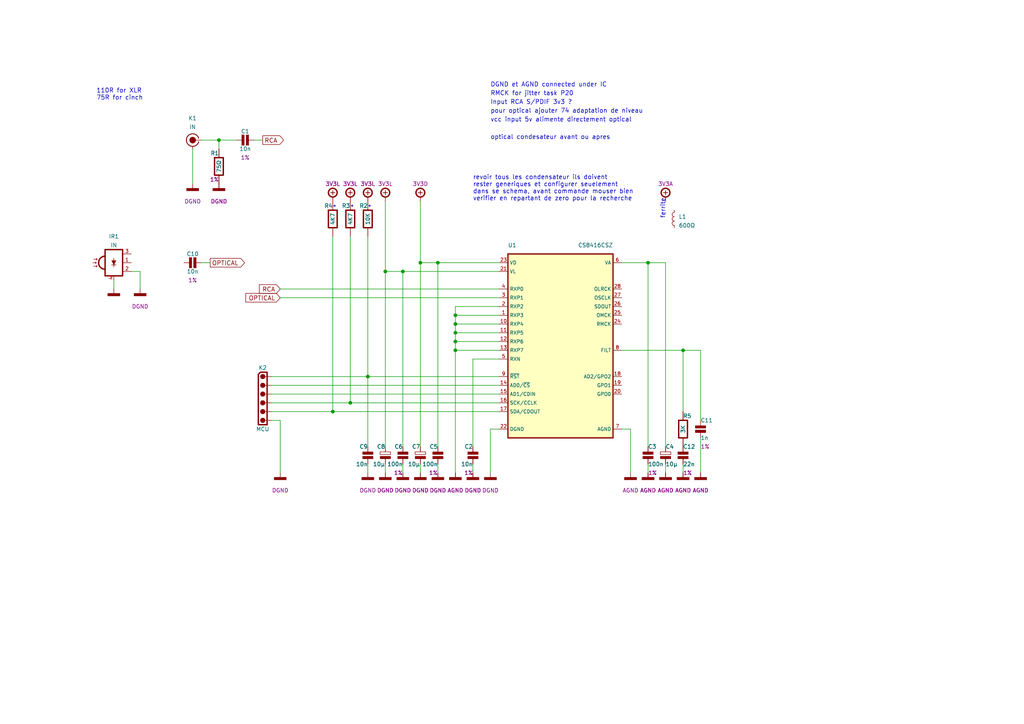
<source format=kicad_sch>
(kicad_sch (version 20230121) (generator eeschema)
  (paper "A4")
  (title_block (title "CS8416") (date "01/2023") (rev "A"))
  (lib_symbols
    (symbol "tronixio:CAPACITOR-1206-100N-1P-COG" (pin_numbers hide) (pin_names (offset 0) hide)
      (property "Reference" "C" (at 1.27 2.54 0))
      (property "Value" "CAPACITOR-1206-100N-1P-COG" (at 1.27 -2.54 0))
      (symbol "CAPACITOR-1206-100N-1P-COG_0_1"
        (rectangle (start -1.524 -0.254) (end 1.524 -1.016) (stroke (width 0.001)) (fill (type outline)))
        (rectangle (start -1.524 1.016) (end 1.524 0.254) (stroke (width 0.001)) (fill (type outline)))
      )
      (symbol "CAPACITOR-1206-100N-1P-COG_1_1"
        (pin passive line (at 0 2.54 270) (length 1.905) (name "~") (number "1"))
        (pin passive line (at 0 -2.54 90) (length 1.905) (name "~") (number "2"))
      )
    )
    (symbol "tronixio:CAPACITOR-1206-10N-1P-COG" (pin_numbers hide) (pin_names (offset 0) hide)
      (property "Reference" "C" (at 1.27 2.54 0))
      (property "Value" "CAPACITOR-1206-10N-1P-COG" (at 1.27 -2.54 0))
      (symbol "CAPACITOR-1206-10N-1P-COG_0_1"
        (rectangle (start -1.524 -0.254) (end 1.524 -1.016) (stroke (width 0.001)) (fill (type outline)))
        (rectangle (start -1.524 1.016) (end 1.524 0.254) (stroke (width 0.001)) (fill (type outline)))
      )
      (symbol "CAPACITOR-1206-10N-1P-COG_1_1"
        (pin passive line (at 0 2.54 270) (length 1.905) (name "~") (number "1"))
        (pin passive line (at 0 -2.54 90) (length 1.905) (name "~") (number "2"))
      )
    )
    (symbol "tronixio:CIRRUS-CS8416CSZ-SOFTWARE" (pin_names (offset 0.5))
      (property "Reference" "U" (at 17.78 3.81 0))
      (property "Value" "CIRRUS-CS8416CSZ-SOFTWARE" (at 17.78 -52.07 0))
      (symbol "CIRRUS-CS8416CSZ-SOFTWARE_0_1"
        (rectangle (start 2.54 2.54) (end 33.02 -50.8) (stroke (width 0.4)) (fill (type background)))
      )
      (symbol "CIRRUS-CS8416CSZ-SOFTWARE_1_1"
        (pin input line (at 0 -15.24 0) (length 2.54) (name "RXP3") (number "1"))
        (pin input line (at 0 -17.78 0) (length 2.54) (name "RXP4") (number "10"))
        (pin input line (at 0 -20.32 0) (length 2.54) (name "RXP5") (number "11"))
        (pin input line (at 0 -22.86 0) (length 2.54) (name "RXP6") (number "12"))
        (pin input line (at 0 -25.4 0) (length 2.54) (name "RXP7") (number "13"))
        (pin input line (at 0 -35.56 0) (length 2.54) (name "AD0/~{CS}") (number "14"))
        (pin input line (at 0 -38.1 0) (length 2.54) (name "AD1/CDIN") (number "15"))
        (pin input line (at 0 -40.64 0) (length 2.54) (name "SCK/CCLK") (number "16"))
        (pin bidirectional line (at 0 -43.18 0) (length 2.54) (name "SDA/CDOUT") (number "17"))
        (pin output line (at 35.56 -33.02 180) (length 2.54) (name "AD2/GPO2") (number "18"))
        (pin output line (at 35.56 -35.56 180) (length 2.54) (name "GPO1") (number "19"))
        (pin input line (at 0 -12.7 0) (length 2.54) (name "RXP2") (number "2"))
        (pin output line (at 35.56 -38.1 180) (length 2.54) (name "GPO0") (number "20"))
        (pin power_in line (at 0 -2.54 0) (length 2.54) (name "VL") (number "21"))
        (pin power_in line (at 0 -48.26 0) (length 2.54) (name "DGND") (number "22"))
        (pin power_in line (at 0 0 0) (length 2.54) (name "VD") (number "23"))
        (pin output line (at 35.56 -17.78 180) (length 2.54) (name "RMCK") (number "24"))
        (pin input line (at 35.56 -15.24 180) (length 2.54) (name "OMCK") (number "25"))
        (pin output line (at 35.56 -12.7 180) (length 2.54) (name "SDOUT") (number "26"))
        (pin bidirectional line (at 35.56 -10.16 180) (length 2.54) (name "OSCLK") (number "27"))
        (pin bidirectional line (at 35.56 -7.62 180) (length 2.54) (name "OLRCK") (number "28"))
        (pin input line (at 0 -10.16 0) (length 2.54) (name "RXP1") (number "3"))
        (pin input line (at 0 -7.62 0) (length 2.54) (name "RXP0") (number "4"))
        (pin input line (at 0 -27.94 0) (length 2.54) (name "RXN") (number "5"))
        (pin power_in line (at 35.56 0 180) (length 2.54) (name "VA") (number "6"))
        (pin power_in line (at 35.56 -48.26 180) (length 2.54) (name "AGND") (number "7"))
        (pin passive line (at 35.56 -25.4 180) (length 2.54) (name "FILT") (number "8"))
        (pin input line (at 0 -33.02 0) (length 2.54) (name "~{RST}") (number "9"))
      )
    )
    (symbol "tronixio:HARWIN-254-M-1X06-VERTICAL" (pin_numbers hide) (pin_names (offset 0) hide)
      (property "Reference" "K" (at 0 2.54 0))
      (property "Value" "HARWIN-254-M-1X06-VERTICAL" (at 0 -15.24 0))
      (symbol "HARWIN-254-M-1X06-VERTICAL_0_1"
        (circle (center 0 -12.7) (radius 0.635) (stroke (width 0.2)) (fill (type outline)))
        (circle (center 0 -10.16) (radius 0.635) (stroke (width 0.2)) (fill (type outline)))
        (circle (center 0 -7.62) (radius 0.635) (stroke (width 0.2)) (fill (type outline)))
        (circle (center 0 -5.08) (radius 0.635) (stroke (width 0.2)) (fill (type outline)))
        (circle (center 0 -2.54) (radius 0.635) (stroke (width 0.2)) (fill (type outline)))
        (polyline (pts (xy -1.27 -13.97) (xy 1.27 -13.97) (xy 1.27 0.635) (xy 0.635 1.27) (xy -1.27 1.27) (xy -1.27 -13.97)) (stroke (width 0.4)))
        (circle (center 0 0) (radius 0.635) (stroke (width 0.2)) (fill (type outline)))
      )
      (symbol "HARWIN-254-M-1X06-VERTICAL_1_1"
        (pin passive line (at -2.54 0 0) (length 1.905) (name "1") (number "1"))
        (pin passive line (at -2.54 -2.54 0) (length 1.905) (name "2") (number "2"))
        (pin passive line (at -2.54 -5.08 0) (length 1.905) (name "3") (number "3"))
        (pin passive line (at -2.54 -7.62 0) (length 1.905) (name "4") (number "4"))
        (pin passive line (at -2.54 -10.16 0) (length 1.905) (name "5") (number "5"))
        (pin passive line (at -2.54 -12.7 0) (length 1.905) (name "6") (number "6"))
      )
    )
    (symbol "tronixio:KEMET-X7R-1206-10N-50V-20P" (pin_numbers hide) (pin_names (offset 0) hide)
      (property "Reference" "C" (at 1.27 2.54 0))
      (property "Value" "KEMET-X7R-1206-10N-50V-20P" (at 1.27 -2.54 0))
      (symbol "KEMET-X7R-1206-10N-50V-20P_0_1"
        (rectangle (start -1.524 -0.254) (end 1.524 -1.016) (stroke (width 0.001)) (fill (type outline)))
        (rectangle (start -1.524 1.016) (end 1.524 0.254) (stroke (width 0.001)) (fill (type outline)))
      )
      (symbol "KEMET-X7R-1206-10N-50V-20P_1_1"
        (pin passive line (at 0 2.54 270) (length 1.905) (name "~") (number "1"))
        (pin passive line (at 0 -2.54 90) (length 1.905) (name "~") (number "2"))
      )
    )
    (symbol "tronixio:KOASPEER-RK73B-1206-10K-5P" (pin_numbers hide) (pin_names (offset 0) hide)
      (property "Reference" "R" (at 2.54 1.27 0))
      (property "Value" "KOASPEER-RK73B-1206-10K-5P" (at 2.54 -1.27 0))
      (symbol "KOASPEER-RK73B-1206-10K-5P_0_1"
        (rectangle (start -1.27 -2.54) (end 1.27 2.54) (stroke (width 0.4)))
      )
      (symbol "KOASPEER-RK73B-1206-10K-5P_1_1"
        (pin passive line (at 0 5.08 270) (length 2.54) (name "~") (number "1"))
        (pin passive line (at 0 -5.08 90) (length 2.54) (name "~") (number "2"))
      )
    )
    (symbol "tronixio:KOASPEER-RK73B-1206-3K-5P" (pin_numbers hide) (pin_names (offset 0) hide)
      (property "Reference" "R" (at 2.54 1.27 0))
      (property "Value" "KOASPEER-RK73B-1206-3K-5P" (at 2.54 -1.27 0))
      (symbol "KOASPEER-RK73B-1206-3K-5P_0_1"
        (rectangle (start -1.27 -2.54) (end 1.27 2.54) (stroke (width 0.4)))
      )
      (symbol "KOASPEER-RK73B-1206-3K-5P_1_1"
        (pin passive line (at 0 5.08 270) (length 2.54) (name "~") (number "1"))
        (pin passive line (at 0 -5.08 90) (length 2.54) (name "~") (number "2"))
      )
    )
    (symbol "tronixio:KOASPEER-RK73B-1206-4K7-5P" (pin_numbers hide) (pin_names (offset 0) hide)
      (property "Reference" "R" (at 2.54 1.27 0))
      (property "Value" "KOASPEER-RK73B-1206-4K7-5P" (at 2.54 -1.27 0))
      (symbol "KOASPEER-RK73B-1206-4K7-5P_0_1"
        (rectangle (start -1.27 -2.54) (end 1.27 2.54) (stroke (width 0.4)))
      )
      (symbol "KOASPEER-RK73B-1206-4K7-5P_1_1"
        (pin passive line (at 0 5.08 270) (length 2.54) (name "~") (number "1"))
        (pin passive line (at 0 -5.08 90) (length 2.54) (name "~") (number "2"))
      )
    )
    (symbol "tronixio:KOASPEER-RT-1206-75R-1P" (pin_numbers hide) (pin_names (offset 0) hide)
      (property "Reference" "R" (at 2.54 1.27 0))
      (property "Value" "KOASPEER-RT-1206-75R-1P" (at 2.54 -1.27 0))
      (symbol "KOASPEER-RT-1206-75R-1P_0_1"
        (rectangle (start -1.27 -2.54) (end 1.27 2.54) (stroke (width 0.4)))
      )
      (symbol "KOASPEER-RT-1206-75R-1P_1_1"
        (pin passive line (at 0 5.08 270) (length 2.54) (name "~") (number "1"))
        (pin passive line (at 0 -5.08 90) (length 2.54) (name "~") (number "2"))
      )
    )
    (symbol "tronixio:POWER-+3V3A" (power) (pin_numbers hide) (pin_names (offset 0) hide)
      (property "Name" "3V3A" (at 0 5.08 0))
      (symbol "POWER-+3V3A_0_1"
        (polyline (pts (xy -0.635 2.54) (xy 0.635 2.54)) (stroke (width 0.2)))
        (polyline (pts (xy 0 1.905) (xy 0 3.175)) (stroke (width 0.2)))
        (circle (center 0 2.54) (radius 1.27) (stroke (width 0.4)))
      )
      (symbol "POWER-+3V3A_1_1"
        (pin power_in line (at 0 0 90) (length 1.27) (name "+3V3A") (number "1"))
      )
    )
    (symbol "tronixio:POWER-+3V3D" (power) (pin_numbers hide) (pin_names (offset 0) hide)
      (property "Name" "3V3D" (at 0 5.08 0))
      (symbol "POWER-+3V3D_0_1"
        (polyline (pts (xy -0.635 2.54) (xy 0.635 2.54)) (stroke (width 0.2)))
        (polyline (pts (xy 0 1.905) (xy 0 3.175)) (stroke (width 0.2)))
        (circle (center 0 2.54) (radius 1.27) (stroke (width 0.4)))
      )
      (symbol "POWER-+3V3D_1_1"
        (pin power_in line (at 0 0 90) (length 1.27) (name "+3V3D") (number "1"))
      )
    )
    (symbol "tronixio:POWER-+3V3L" (power) (pin_numbers hide) (pin_names (offset 0) hide)
      (property "Name" "3V3L" (at 0 5.08 0))
      (symbol "POWER-+3V3L_0_1"
        (polyline (pts (xy -0.635 2.54) (xy 0.635 2.54)) (stroke (width 0.2)))
        (polyline (pts (xy 0 1.905) (xy 0 3.175)) (stroke (width 0.2)))
        (circle (center 0 2.54) (radius 1.27) (stroke (width 0.4)))
      )
      (symbol "POWER-+3V3L_1_1"
        (pin power_in line (at 0 0 90) (length 1.27) (name "+3V3L") (number "1"))
      )
    )
    (symbol "tronixio:POWER-AGND" (power) (pin_numbers hide) (pin_names (offset 0) hide)
      (property "Name" "AGND" (at 0 -3.175 0))
      (symbol "POWER-AGND_0_1"
        (rectangle (start -1.778 -2.032) (end 1.778 -1.27) (stroke (width 0.001)) (fill (type outline)))
      )
      (symbol "POWER-AGND_1_1"
        (pin power_in line (at 0 0 270) (length 1.27) (name "AGND") (number "1"))
      )
    )
    (symbol "tronixio:POWER-DGND" (power) (pin_numbers hide) (pin_names (offset 0) hide)
      (property "Name" "DGND" (at 0 -3.175 0))
      (symbol "POWER-DGND_0_1"
        (rectangle (start -1.778 -2.032) (end 1.778 -1.27) (stroke (width 0.001)) (fill (type outline)))
      )
      (symbol "POWER-DGND_1_1"
        (pin power_in line (at 0 0 270) (length 1.27) (name "DGND") (number "1"))
      )
    )
    (symbol "tronixio:POWER-GND" (power) (pin_numbers hide) (pin_names (offset 0) hide)
      (symbol "POWER-GND_0_1"
        (rectangle (start -1.778 -2.032) (end 1.778 -1.27) (stroke (width 0.001)) (fill (type outline)))
      )
      (symbol "POWER-GND_1_1"
        (pin power_in line (at 0 0 270) (length 1.27) (name "GND") (number "1"))
      )
    )
    (symbol "tronixio:SWITCHCRAFT-PJRAN1X1U01AUX" (pin_numbers hide) (pin_names (offset 0) hide)
      (property "Reference" "K" (at 2.54 1.27 0))
      (property "Value" "SWITCHCRAFT-PJRAN1X1U01AUX" (at 2.54 -1.27 0))
      (symbol "SWITCHCRAFT-PJRAN1X1U01AUX_0_1"
        (arc (start -1.7437 -0.4942) (mid 0.2563 -1.7942) (end 1.8123 0.0138) (stroke (width 0.254)))
        (arc (start 1.8123 0.0138) (mid 0.2564 1.8221) (end -1.7437 0.5218) (stroke (width 0.254)))
      )
      (symbol "SWITCHCRAFT-PJRAN1X1U01AUX_1_1"
        (circle (center 0 0) (radius 0.898) (stroke (width 0.1)) (fill (type outline)))
        (pin passive line (at 0 -2.54 90) (length 0.635) (name "~") (number "1"))
        (pin passive line (at -2.54 0 0) (length 2.54) (name "~") (number "2"))
      )
    )
    (symbol "tronixio:TOSHIBA-TORX1353-F" (pin_names (offset 0.5) hide)
      (property "Reference" "IR" (at 0 5.08 0))
      (property "Value" "TOSHIBA-TORX1355-F" (at 0 -5.08 0))
      (symbol "TOSHIBA-TORX1353-F_0_1"
        (arc (start -2.54 1.905) (mid -4.4256 0) (end -2.54 -1.905) (stroke (width 0.4)))
        (rectangle (start -2.54 3.81) (end 2.54 -3.81) (stroke (width 0.4)))
        (polyline (pts (xy -6.096 0) (xy -5.08 0)))
        (polyline (pts (xy -5.842 -1.016) (xy -4.826 -1.016)))
        (polyline (pts (xy -5.842 1.016) (xy -4.826 1.016)))
        (polyline (pts (xy -5.08 0) (xy -5.334 -0.254)))
        (polyline (pts (xy -5.08 0) (xy -5.334 0.254)))
        (polyline (pts (xy -4.826 -1.016) (xy -5.08 -1.27)))
        (polyline (pts (xy -4.826 -1.016) (xy -5.08 -0.762)))
        (polyline (pts (xy -4.826 1.016) (xy -5.08 0.762)))
        (polyline (pts (xy -4.826 1.016) (xy -5.08 1.27)))
        (polyline (pts (xy -0.635 -0.635) (xy 0.635 -0.635)) (stroke (width 0.1524)))
        (polyline (pts (xy 0 -1.27) (xy 0 1.27)) (stroke (width 0.1524)))
        (polyline (pts (xy -0.635 0.635) (xy 0.635 0.635) (xy 0 -0.635) (xy -0.635 0.635)) (stroke (width 0.001)) (fill (type outline)))
      )
      (symbol "TOSHIBA-TORX1353-F_1_1"
        (pin output line (at 5.08 0 180) (length 2.54) (name "OUT") (number "1"))
        (pin power_in line (at 5.08 -2.54 180) (length 2.54) (name "GND") (number "2"))
        (pin passive line (at 5.08 2.54 180) (length 2.54) (name "V") (number "3"))
        (pin power_in line (at 0 -5.08 90) (length 1.27) (name "GND") (number "4"))
      )
    )
    (symbol "tronixio:WURTH-CBF-0805-600R" (pin_numbers hide) (pin_names (offset 0) hide)
      (property "Reference" "L" (at 0 2.54 0))
      (property "Value" "WURTH-CBF-0805-600R" (at 0 -2.54 0))
      (symbol "WURTH-CBF-0805-600R_0_1"
        (arc (start -0.635 0.0113) (mid -1.27 0.6351) (end -1.905 0.0113))
        (arc (start 0.635 0.0113) (mid 0 0.6351) (end -0.635 0.0113))
        (arc (start 1.905 0.0113) (mid 1.27 0.6351) (end 0.635 0.0113))
      )
      (symbol "WURTH-CBF-0805-600R_1_1"
        (pin passive line (at -2.54 0 0) (length 0.635) (name "~") (number "1"))
        (pin passive line (at 2.54 0 180) (length 0.635) (name "~") (number "2"))
      )
    )
    (symbol "tronixio:WURTH-WCAP-ATG8-10U-63V" (pin_numbers hide) (pin_names (offset 0) hide)
      (property "Reference" "C" (at 1.27 2.54 0))
      (property "Value" "WURTH-WCAP-ATG8-10U-63V" (at 1.27 -2.54 0))
      (symbol "WURTH-WCAP-ATG8-10U-63V_0_1"
        (rectangle (start -1.524 -0.254) (end 1.524 -1.016) (stroke (width 0.001)) (fill (type outline)))
        (rectangle (start -1.524 1.016) (end 1.524 0.254) (stroke (width 0.1524)))
      )
      (symbol "WURTH-WCAP-ATG8-10U-63V_1_1"
        (pin passive line (at 0 2.54 270) (length 1.5) (name "~") (number "1"))
        (pin passive line (at 0 -2.54 90) (length 1.905) (name "~") (number "2"))
      )
    )
    (symbol "tronixio:WURTH-WCAP-CSGP-1206-1N-5P" (pin_numbers hide) (pin_names (offset 0) hide)
      (property "Reference" "C" (at 1.27 2.54 0))
      (property "Value" "WURTH-WCAP-CSGP-1206-1N-5P" (at 1.27 -2.54 0))
      (symbol "WURTH-WCAP-CSGP-1206-1N-5P_0_1"
        (rectangle (start -1.524 -0.254) (end 1.524 -1.016) (stroke (width 0.001)) (fill (type outline)))
        (rectangle (start -1.524 1.016) (end 1.524 0.254) (stroke (width 0.001)) (fill (type outline)))
      )
      (symbol "WURTH-WCAP-CSGP-1206-1N-5P_1_1"
        (pin passive line (at 0 2.54 270) (length 1.905) (name "~") (number "1"))
        (pin passive line (at 0 -2.54 90) (length 1.905) (name "~") (number "2"))
      )
    )
  )
  (junction (at 116.84 78.74))
  (junction (at 132.08 96.52))
  (junction (at 187.96 76.2))
  (junction (at 101.6 116.84))
  (junction (at 132.08 91.44))
  (junction (at 198.12 101.6))
  (junction (at 96.52 119.38))
  (junction (at 132.08 93.98))
  (junction (at 132.08 99.06))
  (junction (at 111.76 78.74))
  (junction (at 106.68 109.22))
  (junction (at 127 76.2))
  (junction (at 63.5 40.64))
  (junction (at 132.08 101.6))
  (junction (at 121.92 76.2))
  (wire (pts (xy 144.78 101.6) (xy 132.08 101.6)))
  (wire (pts (xy 81.28 121.92) (xy 81.28 137.16)))
  (wire (pts (xy 142.24 124.46) (xy 144.78 124.46)))
  (wire (pts (xy 106.68 109.22) (xy 144.78 109.22)))
  (wire (pts (xy 132.08 96.52) (xy 132.08 99.06)))
  (wire (pts (xy 127 76.2) (xy 127 129.54)))
  (wire (pts (xy 132.08 93.98) (xy 132.08 96.52)))
  (wire (pts (xy 180.34 101.6) (xy 198.12 101.6)))
  (wire (pts (xy 78.74 111.76) (xy 144.78 111.76)))
  (wire (pts (xy 193.04 76.2) (xy 187.96 76.2)))
  (wire (pts (xy 96.52 68.58) (xy 96.52 119.38)))
  (wire (pts (xy 40.64 78.74) (xy 40.64 83.82)))
  (wire (pts (xy 68.58 40.64) (xy 63.5 40.64)))
  (wire (pts (xy 144.78 88.9) (xy 132.08 88.9)))
  (wire (pts (xy 78.74 109.22) (xy 106.68 109.22)))
  (wire (pts (xy 144.78 93.98) (xy 132.08 93.98)))
  (wire (pts (xy 198.12 101.6) (xy 198.12 119.38)))
  (wire (pts (xy 73.66 40.64) (xy 76.2 40.64)))
  (wire (pts (xy 182.88 137.16) (xy 182.88 124.46)))
  (wire (pts (xy 127 76.2) (xy 144.78 76.2)))
  (wire (pts (xy 193.04 137.16) (xy 193.04 134.62)))
  (wire (pts (xy 106.68 68.58) (xy 106.68 109.22)))
  (wire (pts (xy 106.68 109.22) (xy 106.68 129.54)))
  (wire (pts (xy 132.08 101.6) (xy 132.08 137.16)))
  (wire (pts (xy 63.5 40.64) (xy 63.5 43.18)))
  (wire (pts (xy 132.08 99.06) (xy 132.08 101.6)))
  (wire (pts (xy 142.24 137.16) (xy 142.24 124.46)))
  (wire (pts (xy 203.2 121.92) (xy 203.2 101.6)))
  (wire (pts (xy 121.92 58.42) (xy 121.92 76.2)))
  (wire (pts (xy 106.68 137.16) (xy 106.68 134.62)))
  (wire (pts (xy 180.34 124.46) (xy 182.88 124.46)))
  (wire (pts (xy 121.92 76.2) (xy 121.92 129.54)))
  (wire (pts (xy 96.52 119.38) (xy 144.78 119.38)))
  (wire (pts (xy 144.78 104.14) (xy 137.16 104.14)))
  (wire (pts (xy 180.34 76.2) (xy 187.96 76.2)))
  (wire (pts (xy 187.96 137.16) (xy 187.96 134.62)))
  (wire (pts (xy 132.08 91.44) (xy 132.08 93.98)))
  (wire (pts (xy 58.42 40.64) (xy 63.5 40.64)))
  (wire (pts (xy 121.92 137.16) (xy 121.92 134.62)))
  (wire (pts (xy 121.92 76.2) (xy 127 76.2)))
  (wire (pts (xy 38.1 78.74) (xy 40.64 78.74)))
  (wire (pts (xy 144.78 91.44) (xy 132.08 91.44)))
  (wire (pts (xy 116.84 78.74) (xy 116.84 129.54)))
  (wire (pts (xy 78.74 114.3) (xy 144.78 114.3)))
  (wire (pts (xy 144.78 99.06) (xy 132.08 99.06)))
  (wire (pts (xy 187.96 76.2) (xy 187.96 129.54)))
  (wire (pts (xy 144.78 96.52) (xy 132.08 96.52)))
  (wire (pts (xy 132.08 88.9) (xy 132.08 91.44)))
  (wire (pts (xy 198.12 137.16) (xy 198.12 134.62)))
  (wire (pts (xy 33.02 83.82) (xy 33.02 81.28)))
  (wire (pts (xy 137.16 104.14) (xy 137.16 129.54)))
  (wire (pts (xy 203.2 101.6) (xy 198.12 101.6)))
  (wire (pts (xy 111.76 78.74) (xy 116.84 78.74)))
  (wire (pts (xy 137.16 137.16) (xy 137.16 134.62)))
  (wire (pts (xy 111.76 58.42) (xy 111.76 78.74)))
  (wire (pts (xy 193.04 129.54) (xy 193.04 76.2)))
  (wire (pts (xy 101.6 116.84) (xy 144.78 116.84)))
  (wire (pts (xy 81.28 83.82) (xy 144.78 83.82)))
  (wire (pts (xy 55.88 53.34) (xy 55.88 43.18)))
  (wire (pts (xy 116.84 78.74) (xy 144.78 78.74)))
  (wire (pts (xy 78.74 121.92) (xy 81.28 121.92)))
  (wire (pts (xy 203.2 127) (xy 203.2 137.16)))
  (wire (pts (xy 78.74 119.38) (xy 96.52 119.38)))
  (wire (pts (xy 101.6 68.58) (xy 101.6 116.84)))
  (wire (pts (xy 81.28 86.36) (xy 144.78 86.36)))
  (wire (pts (xy 111.76 78.74) (xy 111.76 129.54)))
  (wire (pts (xy 116.84 137.16) (xy 116.84 134.62)))
  (wire (pts (xy 111.76 137.16) (xy 111.76 134.62)))
  (wire (pts (xy 127 137.16) (xy 127 134.62)))
  (wire (pts (xy 78.74 116.84) (xy 101.6 116.84)))
  (wire (pts (xy 60.96 76.2) (xy 58.42 76.2)))
  (text "ferrite" (at 193.04 63.5 90) (effects (font (size 1.27 1.27)) (justify left bottom)))
  (text "*" (at 106.68 60.96 0) (effects (font (size 1.15 1.15)) (justify left bottom)))
  (text "Input RCA S/PDIF 3v3 ?" (at 142.24 30.48 0) (effects (font (size 1.27 1.27)) (justify left bottom)))
  (text "revoir tous les condensateur ils doivent\nrester generiques et configurer seuelement\ndans se schema, avant commande mouser bien\nverifier en repartant de zero pour la recherche" (at 137.16 58.42 0) (effects (font (size 1.27 1.27)) (justify left bottom)))
  (text "DGND et AGND connected under IC" (at 142.24 25.4 0) (effects (font (size 1.27 1.27)) (justify left bottom)))
  (text "RMCK for jitter task P20" (at 142.24 27.94 0) (effects (font (size 1.27 1.27)) (justify left bottom)))
  (text "optical condesateur avant ou apres" (at 142.24 40.64 0) (effects (font (size 1.27 1.27)) (justify left bottom)))
  (text "vcc input 5v alimente directement optical" (at 142.24 35.56 0) (effects (font (size 1.27 1.27)) (justify left bottom)))
  (text "*" (at 101.6 60.96 0) (effects (font (size 1.15 1.15)) (justify left bottom)))
  (text "pour optical ajouter 74 adaptation de niveau" (at 142.24 33.02 0) (effects (font (size 1.27 1.27)) (justify left bottom)))
  (text "*" (at 96.52 60.96 0) (effects (font (size 1.15 1.15)) (justify left bottom)))
  (text "110R for XLR\n75R for cinch\n" (at 27.94 29.21 0) (effects (font (size 1.27 1.27)) (justify left bottom)))
  (global_label "RCA" (shape output) (at 76.2 40.64 0) (property "Intersheetrefs" "${INTERSHEET_REFS}" (effects hide)))
  (global_label "OPTICAL" (shape input) (at 81.28 86.36 180) (property "Intersheetrefs" "${INTERSHEET_REFS}" (effects hide)))
  (global_label "RCA" (shape input) (at 81.28 83.82 180) (property "Intersheetrefs" "${INTERSHEET_REFS}" (effects hide)))
  (global_label "OPTICAL" (shape output) (at 60.96 76.2 0) (property "Intersheetrefs" "${INTERSHEET_REFS}" (effects hide)))
  (symbol (lib_id "tronixio:POWER-DGND") (at 116.84 137.16 0) (unit 1)
    (property "Reference" "#PWR08" (effects hide))
    (property "Value" "POWER-DGND" (effects hide))
    (property "Name" "DGND" (at 116.84 142.24 0) (effects (font (size 1.15 1.15))))
  )
  (symbol (lib_id "tronixio:POWER-AGND") (at 132.08 137.16 0) (unit 1)
    (property "Reference" "#PWR016" (effects hide))
    (property "Value" "POWER-AGND" (effects hide))
    (property "Name" "AGND" (at 132.08 142.24 0) (effects (font (size 1.15 1.15))))
  )
  (symbol (lib_id "tronixio:KOASPEER-RT-1206-75R-1P") (at 63.5 48.26 0) (unit 1)
    (property "Reference" "R1" (at 63.5 44.45 0) (effects (font (size 1.15 1.15)) (justify right)))
    (property "Value" "75Ω" (at 63.5 48.26 90) (effects (font (size 1.15 1.15))))
    (property "Footprint" "tronixio:RESISTOR-SMD-1206" (effects hide))
    (property "Datasheet" "https://www.yageo.com/en/Product/Index/rchip/thin_film/rt" (effects hide))
    (property "Tolerance" "1%" (at 63.5 52.07 0) (effects (font (size 1.15 1.15)) (justify right)))
    (property "Mouser" "603-RT1206FRE0775RL" (effects hide))
  )
  (symbol (lib_id "tronixio:CAPACITOR-1206-100N-1P-COG") (at 187.96 132.08 180) (unit 1)
    (property "Reference" "C3" (at 187.96 129.54 0) (effects (font (size 1.15 1.15)) (justify right)))
    (property "Value" "100n" (at 187.96 134.62 0) (effects (font (size 1.15 1.15)) (justify right)))
    (property "Footprint" "tronixio:CAPACITOR-SMD-1206" (effects hide))
    (property "Voltage" "50V" (effects hide))
    (property "Tolerance" "1%" (at 187.96 137.16 0) (effects (font (size 1.15 1.15)) (justify right)))
    (property "Mouser" "81-GCM31C5C1H104FA16" (effects hide))
  )
  (symbol (lib_id "tronixio:POWER-AGND") (at 182.88 137.16 0) (unit 1)
    (property "Reference" "#PWR02" (effects hide))
    (property "Value" "POWER-AGND" (effects hide))
    (property "Name" "AGND" (at 182.88 142.24 0) (effects (font (size 1.15 1.15))))
  )
  (symbol (lib_id "tronixio:CAPACITOR-1206-10N-1P-COG") (at 55.88 76.2 90) (unit 1)
    (property "Reference" "C10" (at 55.88 73.66 90) (effects (font (size 1.15 1.15))))
    (property "Value" "10n" (at 55.88 78.74 90) (effects (font (size 1.15 1.15))))
    (property "Footprint" "tronixio:CAPACITOR-SMD-1206" (effects hide))
    (property "Voltage" "25V" (effects hide))
    (property "Tolerance" "1%" (at 55.88 81.28 90) (effects (font (size 1.15 1.15))))
    (property "Mouser" "791-1206N103F250CT" (effects hide))
  )
  (symbol (lib_id "tronixio:POWER-DGND") (at 142.24 137.16 0) (unit 1)
    (property "Reference" "#PWR03" (effects hide))
    (property "Value" "POWER-DGND" (effects hide))
    (property "Name" "DGND" (at 142.24 142.24 0) (effects (font (size 1.15 1.15))))
  )
  (symbol (lib_id "tronixio:POWER-DGND") (at 111.76 137.16 0) (unit 1)
    (property "Reference" "#PWR011" (effects hide))
    (property "Value" "POWER-DGND" (effects hide))
    (property "Name" "DGND" (at 111.76 142.24 0) (effects (font (size 1.15 1.15))))
  )
  (symbol (lib_id "tronixio:POWER-+3V3D") (at 121.92 58.42 0) (unit 1)
    (property "Reference" "#PWR09" (effects hide))
    (property "Value" "POWER-+3V3D" (effects hide))
    (property "Name" "3V3D" (at 121.92 53.34 0) (effects (font (size 1.15 1.15))))
  )
  (symbol (lib_id "tronixio:POWER-+3V3L") (at 101.6 58.42 0) (unit 1)
    (property "Reference" "#PWR021" (effects hide))
    (property "Value" "POWER-+3V3L" (effects hide))
    (property "Name" "3V3L" (at 101.6 53.34 0) (effects (font (size 1.15 1.15))))
  )
  (symbol (lib_id "tronixio:POWER-+3V3A") (at 193.04 58.42 0) (unit 1)
    (property "Reference" "#PWR06" (effects hide))
    (property "Value" "POWER-+3V3A" (effects hide))
    (property "Name" "3V3A" (at 193.04 53.34 0) (effects (font (size 1.15 1.15))))
  )
  (symbol (lib_id "tronixio:KOASPEER-RK73B-1206-10K-5P") (at 106.68 63.5 0) (unit 1)
    (property "Reference" "R2" (at 106.68 59.69 0) (effects (font (size 1.15 1.15)) (justify right)))
    (property "Value" "10K" (at 106.68 63.5 90) (effects (font (size 1.15 1.15))))
    (property "Footprint" "tronixio:RESISTOR-SMD-1206" (effects hide))
    (property "Datasheet" "https://www.koaspeer.com/products/resistors/general-purpose/rk73b/" (effects hide))
    (property "Tolerance" "5%" (effects hide))
    (property "Mouser" "660-RK73B2BTTDD103J" (effects hide))
  )
  (symbol (lib_id "tronixio:POWER-+3V3L") (at 106.68 58.42 0) (unit 1)
    (property "Reference" "#PWR013" (effects hide))
    (property "Value" "POWER-+3V3L" (effects hide))
    (property "Name" "3V3L" (at 106.68 53.34 0) (effects (font (size 1.15 1.15))))
  )
  (symbol (lib_id "tronixio:CIRRUS-CS8416CSZ-SOFTWARE") (at 144.78 76.2 0) (unit 1)
    (property "Reference" "U1" (at 147.32 71.12 0) (effects (font (size 1.15 1.15)) (justify left)))
    (property "Value" "CS8416CSZ" (at 177.8 71.12 0) (effects (font (size 1.15 1.15)) (justify right)))
    (property "Footprint" "tronixio:SOIC-28" (effects hide))
    (property "Datasheet" "https://www.cirrus.com/products/cs8416/" (effects hide))
    (property "Mouser" "777-CS8416-CSZ" (effects hide))
  )
  (symbol (lib_id "tronixio:POWER-AGND") (at 198.12 137.16 0) (unit 1)
    (property "Reference" "#PWR023" (effects hide))
    (property "Value" "POWER-AGND" (effects hide))
    (property "Name" "AGND" (at 198.12 142.24 0) (effects (font (size 1.15 1.15))))
  )
  (symbol (lib_id "tronixio:POWER-AGND") (at 203.2 137.16 0) (unit 1)
    (property "Reference" "#PWR024" (effects hide))
    (property "Value" "POWER-AGND" (effects hide))
    (property "Name" "AGND" (at 203.2 142.24 0) (effects (font (size 1.15 1.15))))
  )
  (symbol (lib_id "tronixio:KOASPEER-RK73B-1206-4K7-5P") (at 96.52 63.5 0) (unit 1)
    (property "Reference" "R4" (at 96.52 59.69 0) (effects (font (size 1.15 1.15)) (justify right)))
    (property "Value" "4K7" (at 96.52 63.5 90) (effects (font (size 1.15 1.15))))
    (property "Footprint" "tronixio:RESISTOR-SMD-1206" (effects hide))
    (property "Datasheet" "https://www.koaspeer.com/products/resistors/general-purpose/rk73b/" (effects hide))
    (property "Tolerance" "5%" (effects hide))
    (property "Mouser" "660-RK73B2BTTDD472J" (effects hide))
  )
  (symbol (lib_id "tronixio:POWER-AGND") (at 187.96 137.16 0) (unit 1)
    (property "Reference" "#PWR04" (effects hide))
    (property "Value" "POWER-AGND" (effects hide))
    (property "Name" "AGND" (at 187.96 142.24 0) (effects (font (size 1.15 1.15))))
  )
  (symbol (lib_id "tronixio:POWER-DGND") (at 137.16 137.16 0) (unit 1)
    (property "Reference" "#PWR020" (effects hide))
    (property "Value" "POWER-DGND" (effects hide))
    (property "Name" "DGND" (at 137.16 142.24 0) (effects (font (size 1.15 1.15))))
  )
  (symbol (lib_id "tronixio:WURTH-WCAP-ATG8-10U-63V") (at 193.04 132.08 0) (unit 1)
    (property "Reference" "C4" (at 193.04 129.54 0) (effects (font (size 1.15 1.15)) (justify left)))
    (property "Value" "10µ" (at 193.04 134.62 0) (effects (font (size 1.15 1.15)) (justify left)))
    (property "Footprint" "tronixio:CAPACITOR-ELECTROLYTIC-RADIAL-050-110-020-WURTH" (effects hide))
    (property "Datasheet" "https://www.we-online.com/catalog/datasheet/860010772009.pdf" (effects hide))
    (property "Tolerance" "20%" (effects hide))
    (property "Voltage" "63V" (effects hide))
    (property "Mouser" "710-860010772009" (effects hide))
  )
  (symbol (lib_id "tronixio:POWER-+3V3L") (at 96.52 58.42 0) (unit 1)
    (property "Reference" "#PWR022" (effects hide))
    (property "Value" "POWER-+3V3L" (effects hide))
    (property "Name" "3V3L" (at 96.52 53.34 0) (effects (font (size 1.15 1.15))))
  )
  (symbol (lib_id "tronixio:CAPACITOR-1206-100N-1P-COG") (at 198.12 132.08 180) (unit 1)
    (property "Reference" "C12" (at 198.12 129.54 0) (effects (font (size 1.15 1.15)) (justify right)))
    (property "Value" "22n" (at 198.12 134.62 0) (effects (font (size 1.15 1.15)) (justify right)))
    (property "Footprint" "tronixio:CAPACITOR-SMD-1206" (effects hide))
    (property "Voltage" "50V" (effects hide))
    (property "Tolerance" "1%" (at 198.12 137.16 0) (effects (font (size 1.15 1.15)) (justify right)))
    (property "Mouser" "81-GRM3195C1H223FA1D" (effects hide))
  )
  (symbol (lib_id "tronixio:POWER-DGND") (at 121.92 137.16 0) (unit 1)
    (property "Reference" "#PWR010" (effects hide))
    (property "Value" "POWER-DGND" (effects hide))
    (property "Name" "DGND" (at 121.92 142.24 0) (effects (font (size 1.15 1.15))))
  )
  (symbol (lib_id "tronixio:SWITCHCRAFT-PJRAN1X1U01AUX") (at 55.88 40.64 0) (mirror y) (unit 1)
    (property "Reference" "K1" (at 55.8456 34.29 0) (effects (font (size 1.15 1.15))))
    (property "Value" "IN" (at 55.8456 36.83 0) (effects (font (size 1.15 1.15))))
    (property "Footprint" "tronixioZZZ:SWITCHCRAFT-PJRAN1X1U" (effects hide))
    (property "Datasheet" "https://www.switchcraft.com/1-position-rca-pcb-mount-rca-jack-no-mounting-holes-unshielded-black/pjran1x1u01x/" (effects hide))
    (property "Mouser" "502-PJRAN1X1U01AUX" (effects hide))
  )
  (symbol (lib_id "tronixio:WURTH-CBF-0805-600R") (at 195.58 63.5 90) (unit 1)
    (property "Reference" "L1" (at 196.85 62.865 90) (effects (font (size 1.15 1.15)) (justify right)))
    (property "Value" "600Ω" (at 196.85 65.405 90) (effects (font (size 1.15 1.15)) (justify right)))
    (property "Footprint" "tronixio:INDUCTOR-SMD-0805" (effects hide))
    (property "Datasheet" "https://www.we-online.com/components/products/datasheet/742792040.pdf" (effects hide))
    (property "Impedance" "600Ω" (effects hide))
    (property "Mouser" "710-742792040" (effects hide))
  )
  (symbol (lib_id "tronixio:WURTH-WCAP-ATG8-10U-63V") (at 121.92 132.08 0) (unit 1)
    (property "Reference" "C7" (at 121.92 129.54 0) (effects (font (size 1.15 1.15)) (justify right)))
    (property "Value" "10µ" (at 121.92 134.62 0) (effects (font (size 1.15 1.15)) (justify right)))
    (property "Footprint" "tronixio:CAPACITOR-ELECTROLYTIC-RADIAL-050-110-020-WURTH" (effects hide))
    (property "Datasheet" "https://www.we-online.com/catalog/datasheet/860010772009.pdf" (effects hide))
    (property "Tolerance" "20%" (effects hide))
    (property "Voltage" "63V" (effects hide))
    (property "Mouser" "710-860010772009" (effects hide))
  )
  (symbol (lib_id "tronixio:POWER-AGND") (at 193.04 137.16 0) (unit 1)
    (property "Reference" "#PWR05" (effects hide))
    (property "Value" "POWER-AGND" (effects hide))
    (property "Name" "AGND" (at 193.04 142.24 0) (effects (font (size 1.15 1.15))))
  )
  (symbol (lib_id "tronixio:POWER-DGND") (at 40.64 83.82 0) (unit 1)
    (property "Reference" "#PWR019" (effects hide))
    (property "Value" "POWER-DGND" (effects hide))
    (property "Name" "DGND" (at 40.64 88.9 0) (effects (font (size 1.15 1.15))))
  )
  (symbol (lib_id "tronixio:KEMET-X7R-1206-10N-50V-20P") (at 106.68 132.08 180) (unit 1)
    (property "Reference" "C9" (at 106.68 129.54 0) (effects (font (size 1.15 1.15)) (justify left)))
    (property "Value" "10n" (at 106.68 134.62 0) (effects (font (size 1.15 1.15)) (justify left)))
    (property "Footprint" "tronixio:CAPACITOR-SMD-1206" (effects hide))
    (property "Datasheet" "https://content.kemet.com/datasheets/KEM_C1090_X7R_ESD.pdf" (effects hide))
    (property "Voltage" "50V" (effects hide))
    (property "Tolerance" "20%" (effects hide))
    (property "Mouser" "80-C1206C103M5R" (effects hide))
  )
  (symbol (lib_id "tronixio:WURTH-WCAP-CSGP-1206-1N-5P") (at 203.2 124.46 180) (unit 1)
    (property "Reference" "C11" (at 203.2 121.92 0) (effects (font (size 1.15 1.15)) (justify right)))
    (property "Value" "1n" (at 203.2 127 0) (effects (font (size 1.15 1.15)) (justify right)))
    (property "Footprint" "tronixio:CAPACITOR-SMD-1206" (effects hide))
    (property "Datasheet" "https://www.we-online.com/catalog/datasheet/885012008026.pdf" (effects hide))
    (property "Voltage" "50V" (effects hide))
    (property "Tolerance" "1%" (at 203.2 129.54 0) (effects (font (size 1.15 1.15)) (justify right)))
    (property "Mouser" "603-CC126FRNPO9BN102" (effects hide))
    (property "Name" "WURTH-WCAP-CSGP-1206-1N-5P" (effects hide))
  )
  (symbol (lib_id "tronixio:POWER-DGND") (at 106.68 137.16 0) (unit 1)
    (property "Reference" "#PWR014" (effects hide))
    (property "Value" "POWER-DGND" (effects hide))
    (property "Name" "DGND" (at 106.68 142.24 0) (effects (font (size 1.15 1.15))))
  )
  (symbol (lib_id "tronixio:WURTH-WCAP-ATG8-10U-63V") (at 111.76 132.08 0) (unit 1)
    (property "Reference" "C8" (at 111.76 129.54 0) (effects (font (size 1.15 1.15)) (justify right)))
    (property "Value" "10µ" (at 111.76 134.62 0) (effects (font (size 1.15 1.15)) (justify right)))
    (property "Footprint" "tronixio:CAPACITOR-ELECTROLYTIC-RADIAL-050-110-020-WURTH" (effects hide))
    (property "Datasheet" "https://www.we-online.com/catalog/datasheet/860010772009.pdf" (effects hide))
    (property "Tolerance" "20%" (effects hide))
    (property "Voltage" "63V" (effects hide))
    (property "Mouser" "710-860010772009" (effects hide))
  )
  (symbol (lib_id "tronixio:POWER-+3V3L") (at 111.76 58.42 0) (unit 1)
    (property "Reference" "#PWR012" (effects hide))
    (property "Value" "POWER-+3V3L" (effects hide))
    (property "Name" "3V3L" (at 111.76 53.34 0) (effects (font (size 1.15 1.15))))
  )
  (symbol (lib_id "tronixio:HARWIN-254-M-1X06-VERTICAL") (at 76.2 109.22 0) (mirror y) (unit 1)
    (property "Reference" "K2" (at 76.2 106.68 0) (effects (font (size 1.15 1.15))))
    (property "Value" "MCU" (at 76.2 124.46 0) (effects (font (size 1.15 1.15))))
    (property "Footprint" "tronixio:HARWIN-M20-999064x" (effects hide))
    (property "Datasheet" "https://www.harwin.com/products/M20-9990646/" (effects hide))
    (property "Mouser" "855-M20-999064" (effects hide))
    (property "Name" "HARWIN-254-M-1X06-VERTICAL" (effects hide))
  )
  (symbol (lib_id "tronixio:POWER-DGND") (at 63.5 53.34 0) (unit 1)
    (property "Reference" "#PWR017" (effects hide))
    (property "Value" "POWER-DGND" (effects hide))
    (property "Name" "DGND" (at 63.5 58.42 0) (effects (font (size 1.15 1.15))))
  )
  (symbol (lib_id "tronixio:KOASPEER-RK73B-1206-3K-5P") (at 198.12 124.46 0) (unit 1)
    (property "Reference" "R5" (at 198.12 120.65 0) (effects (font (size 1.15 1.15)) (justify left)))
    (property "Value" "3K" (at 198.12 124.46 90) (effects (font (size 1.15 1.15))))
    (property "Footprint" "tronixio:RESISTOR-SMD-1206" (effects hide))
    (property "Datasheet" "https://www.koaspeer.com/products/resistors/general-purpose/rk73b/" (effects hide))
    (property "Tolerance" "5%" (effects hide))
    (property "Mouser" "660-RK73B2BTTDD302J" (effects hide))
  )
  (symbol (lib_id "tronixio:KOASPEER-RK73B-1206-4K7-5P") (at 101.6 63.5 0) (unit 1)
    (property "Reference" "R3" (at 101.6 59.69 0) (effects (font (size 1.15 1.15)) (justify right)))
    (property "Value" "4K7" (at 101.6 63.5 90) (effects (font (size 1.15 1.15))))
    (property "Footprint" "tronixio:RESISTOR-SMD-1206" (effects hide))
    (property "Datasheet" "https://www.koaspeer.com/products/resistors/general-purpose/rk73b/" (effects hide))
    (property "Tolerance" "5%" (effects hide))
    (property "Mouser" "660-RK73B2BTTDD472J" (effects hide))
  )
  (symbol (lib_id "tronixio:CAPACITOR-1206-10N-1P-COG") (at 137.16 132.08 180) (unit 1)
    (property "Reference" "C2" (at 137.16 129.54 0) (effects (font (size 1.15 1.15)) (justify left)))
    (property "Value" "10n" (at 137.16 134.62 0) (effects (font (size 1.15 1.15)) (justify left)))
    (property "Footprint" "tronixio:CAPACITOR-SMD-1206" (effects hide))
    (property "Voltage" "25V" (effects hide))
    (property "Tolerance" "1%" (at 134.62 137.16 0) (effects (font (size 1.15 1.15)) (justify right)))
    (property "Mouser" "791-1206N103F250CT" (effects hide))
  )
  (symbol (lib_id "tronixio:POWER-DGND") (at 127 137.16 0) (unit 1)
    (property "Reference" "#PWR07" (effects hide))
    (property "Value" "POWER-DGND" (effects hide))
    (property "Name" "DGND" (at 127 142.24 0) (effects (font (size 1.15 1.15))))
  )
  (symbol (lib_id "tronixio:TOSHIBA-TORX1353-F") (at 33.02 76.2 0) (unit 1)
    (property "Reference" "IR1" (at 33.02 68.58 0) (effects (font (size 1.15 1.15))))
    (property "Value" "IN" (at 33.02 71.12 0) (effects (font (size 1.15 1.15))))
    (property "Footprint" "tronixioZZZ:TOSHIBA-TORX135X-F" (effects hide))
    (property "Datasheet" "https://toshiba.semicon-storage.com/info/TORX1350A(F)_datasheet_en_20200312.pdf?did=35629&prodName=TORX1350A(F)" (effects hide))
    (property "Mouser" "757-TORX1355F" (effects hide))
  )
  (symbol (lib_id "tronixio:POWER-GND") (at 33.02 83.82 0) (unit 1)
    (property "Reference" "#PWR01" (effects hide))
    (property "Value" "POWER-GND" (effects hide))
  )
  (symbol (lib_id "tronixio:POWER-DGND") (at 81.28 137.16 0) (unit 1)
    (property "Reference" "#PWR015" (effects hide))
    (property "Value" "POWER-DGND" (effects hide))
    (property "Name" "DGND" (at 81.28 142.24 0) (effects (font (size 1.15 1.15))))
  )
  (symbol (lib_id "tronixio:POWER-DGND") (at 55.88 53.34 0) (unit 1)
    (property "Reference" "#PWR018" (effects hide))
    (property "Value" "POWER-DGND" (effects hide))
    (property "Name" "DGND" (at 55.88 58.42 0) (effects (font (size 1.15 1.15))))
  )
  (symbol (lib_id "tronixio:CAPACITOR-1206-10N-1P-COG") (at 71.12 40.64 90) (unit 1)
    (property "Reference" "C1" (at 71.12 38.1 90) (effects (font (size 1.15 1.15))))
    (property "Value" "10n" (at 71.12 43.18 90) (effects (font (size 1.15 1.15))))
    (property "Footprint" "tronixio:CAPACITOR-SMD-1206" (effects hide))
    (property "Voltage" "25V" (effects hide))
    (property "Tolerance" "1%" (at 71.12 45.72 90) (effects (font (size 1.15 1.15))))
    (property "Mouser" "791-1206N103F250CT" (effects hide))
  )
  (symbol (lib_id "tronixio:CAPACITOR-1206-100N-1P-COG") (at 116.84 132.08 180) (unit 1)
    (property "Reference" "C6" (at 116.84 129.54 0) (effects (font (size 1.15 1.15)) (justify left)))
    (property "Value" "100n" (at 116.84 134.62 0) (effects (font (size 1.15 1.15)) (justify left)))
    (property "Footprint" "tronixio:CAPACITOR-SMD-1206" (effects hide))
    (property "Voltage" "50V" (effects hide))
    (property "Tolerance" "1%" (at 116.84 137.16 0) (effects (font (size 1.15 1.15)) (justify left)))
    (property "Mouser" "81-GCM31C5C1H104FA16" (effects hide))
  )
  (symbol (lib_id "tronixio:CAPACITOR-1206-100N-1P-COG") (at 127 132.08 180) (unit 1)
    (property "Reference" "C5" (at 127 129.54 0) (effects (font (size 1.15 1.15)) (justify left)))
    (property "Value" "100n" (at 127 134.62 0) (effects (font (size 1.15 1.15)) (justify left)))
    (property "Footprint" "tronixio:CAPACITOR-SMD-1206" (effects hide))
    (property "Voltage" "50V" (effects hide))
    (property "Tolerance" "1%" (at 127 137.16 0) (effects (font (size 1.15 1.15)) (justify left)))
    (property "Mouser" "81-GCM31C5C1H104FA16" (effects hide))
  )
)
</source>
